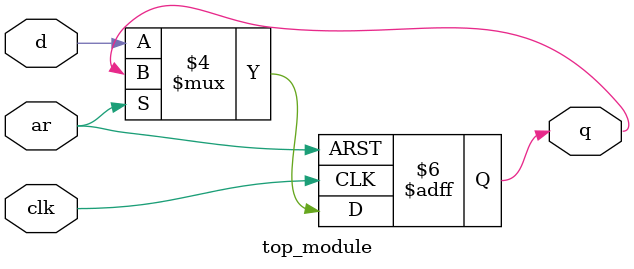
<source format=v>
module top_module (
    input clk,
    input d, 
    input ar,   // asynchronous reset
    output q);
 wire out1,out2;
    always @(posedge clk or posedge ar) 
        begin
        if(ar==1) 
            begin
            q<=0;
        end
        else if(ar==0) begin
            q<=d;
        end
    end
endmodule

</source>
